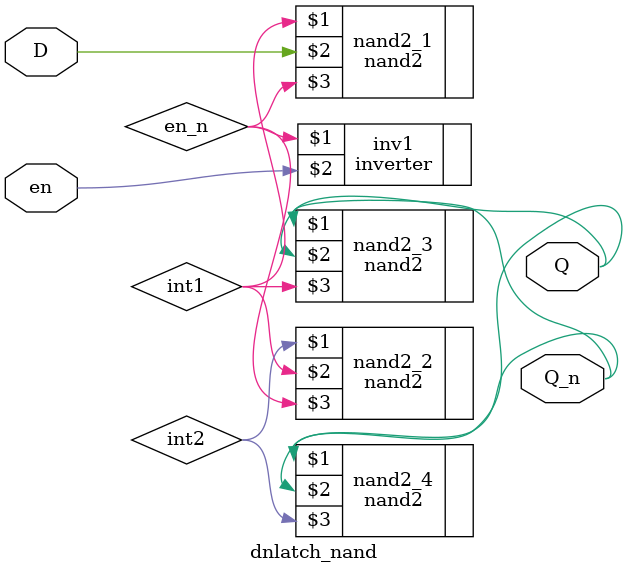
<source format=v>
`timescale 1ns / 1ps
module dnlatch_nand(
    output Q,
    output Q_n,
    input D,
    input en
    );

	wire int1, int2, fin1, fin2, en_n;
	 
	inverter inv1(en_n, en);
	 
	nand2 nand2_1(int1, D, en_n);
	nand2 nand2_2(int2, int1, en_n);
	nand2 nand2_3(Q, Q_n, int1);
	nand2 nand2_4(Q_n, Q, int2);

endmodule

</source>
